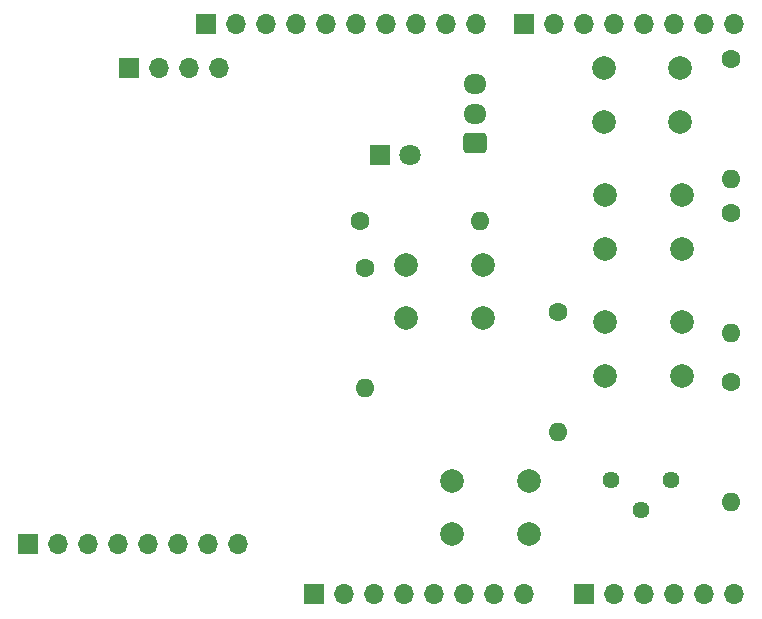
<source format=gbr>
%TF.GenerationSoftware,KiCad,Pcbnew,8.0.8*%
%TF.CreationDate,2025-02-03T17:49:20-07:00*%
%TF.ProjectId,Thermo_Probe,54686572-6d6f-45f5-9072-6f62652e6b69,rev?*%
%TF.SameCoordinates,Original*%
%TF.FileFunction,Soldermask,Top*%
%TF.FilePolarity,Negative*%
%FSLAX46Y46*%
G04 Gerber Fmt 4.6, Leading zero omitted, Abs format (unit mm)*
G04 Created by KiCad (PCBNEW 8.0.8) date 2025-02-03 17:49:20*
%MOMM*%
%LPD*%
G01*
G04 APERTURE LIST*
G04 Aperture macros list*
%AMRoundRect*
0 Rectangle with rounded corners*
0 $1 Rounding radius*
0 $2 $3 $4 $5 $6 $7 $8 $9 X,Y pos of 4 corners*
0 Add a 4 corners polygon primitive as box body*
4,1,4,$2,$3,$4,$5,$6,$7,$8,$9,$2,$3,0*
0 Add four circle primitives for the rounded corners*
1,1,$1+$1,$2,$3*
1,1,$1+$1,$4,$5*
1,1,$1+$1,$6,$7*
1,1,$1+$1,$8,$9*
0 Add four rect primitives between the rounded corners*
20,1,$1+$1,$2,$3,$4,$5,0*
20,1,$1+$1,$4,$5,$6,$7,0*
20,1,$1+$1,$6,$7,$8,$9,0*
20,1,$1+$1,$8,$9,$2,$3,0*%
G04 Aperture macros list end*
%ADD10R,1.700000X1.700000*%
%ADD11O,1.700000X1.700000*%
%ADD12C,1.600000*%
%ADD13O,1.600000X1.600000*%
%ADD14C,2.000000*%
%ADD15RoundRect,0.250000X0.725000X-0.600000X0.725000X0.600000X-0.725000X0.600000X-0.725000X-0.600000X0*%
%ADD16O,1.950000X1.700000*%
%ADD17R,1.800000X1.800000*%
%ADD18C,1.800000*%
%ADD19C,1.440000*%
G04 APERTURE END LIST*
D10*
%TO.C,J1*%
X127940000Y-97460000D03*
D11*
X130480000Y-97460000D03*
X133020000Y-97460000D03*
X135560000Y-97460000D03*
X138100000Y-97460000D03*
X140640000Y-97460000D03*
X143180000Y-97460000D03*
X145720000Y-97460000D03*
%TD*%
D10*
%TO.C,J3*%
X150800000Y-97460000D03*
D11*
X153340000Y-97460000D03*
X155880000Y-97460000D03*
X158420000Y-97460000D03*
X160960000Y-97460000D03*
X163500000Y-97460000D03*
%TD*%
D10*
%TO.C,J2*%
X118796000Y-49200000D03*
D11*
X121336000Y-49200000D03*
X123876000Y-49200000D03*
X126416000Y-49200000D03*
X128956000Y-49200000D03*
X131496000Y-49200000D03*
X134036000Y-49200000D03*
X136576000Y-49200000D03*
X139116000Y-49200000D03*
X141656000Y-49200000D03*
%TD*%
D10*
%TO.C,J4*%
X145720000Y-49200000D03*
D11*
X148260000Y-49200000D03*
X150800000Y-49200000D03*
X153340000Y-49200000D03*
X155880000Y-49200000D03*
X158420000Y-49200000D03*
X160960000Y-49200000D03*
X163500000Y-49200000D03*
%TD*%
D12*
%TO.C,R2*%
X163200000Y-65220000D03*
D13*
X163200000Y-75380000D03*
%TD*%
D14*
%TO.C,SW1*%
X152450000Y-52950000D03*
X158950000Y-52950000D03*
X152450000Y-57450000D03*
X158950000Y-57450000D03*
%TD*%
D12*
%TO.C,R4*%
X132250000Y-69820000D03*
D13*
X132250000Y-79980000D03*
%TD*%
D12*
%TO.C,R3*%
X148600000Y-73570000D03*
D13*
X148600000Y-83730000D03*
%TD*%
D15*
%TO.C,J7*%
X141550000Y-59300000D03*
D16*
X141550000Y-56800000D03*
X141550000Y-54300000D03*
%TD*%
D12*
%TO.C,R1*%
X163250000Y-52120000D03*
D13*
X163250000Y-62280000D03*
%TD*%
D12*
%TO.C,R6*%
X131850000Y-65900000D03*
D13*
X142010000Y-65900000D03*
%TD*%
D14*
%TO.C,SW5*%
X139600000Y-87850000D03*
X146100000Y-87850000D03*
X139600000Y-92350000D03*
X146100000Y-92350000D03*
%TD*%
D10*
%TO.C,J6*%
X112231668Y-52938332D03*
D11*
X114771668Y-52938332D03*
X117311668Y-52938332D03*
X119851668Y-52938332D03*
%TD*%
D17*
%TO.C,D1*%
X133510000Y-60250000D03*
D18*
X136050000Y-60250000D03*
%TD*%
D14*
%TO.C,SW2*%
X152550000Y-63700000D03*
X159050000Y-63700000D03*
X152550000Y-68200000D03*
X159050000Y-68200000D03*
%TD*%
D12*
%TO.C,R5*%
X163250000Y-79470000D03*
D13*
X163250000Y-89630000D03*
%TD*%
D14*
%TO.C,SW4*%
X135750000Y-69550000D03*
X142250000Y-69550000D03*
X135750000Y-74050000D03*
X142250000Y-74050000D03*
%TD*%
D19*
%TO.C,RV1*%
X153110000Y-87815000D03*
X155650000Y-90355000D03*
X158190000Y-87815000D03*
%TD*%
D14*
%TO.C,SW3*%
X152550000Y-74450000D03*
X159050000Y-74450000D03*
X152550000Y-78950000D03*
X159050000Y-78950000D03*
%TD*%
D11*
%TO.C,J5*%
X121505000Y-93225000D03*
X118965000Y-93225000D03*
X116425000Y-93225000D03*
X113885000Y-93225000D03*
X111345000Y-93225000D03*
X108805000Y-93225000D03*
X106265000Y-93225000D03*
D10*
X103725000Y-93225000D03*
%TD*%
M02*

</source>
